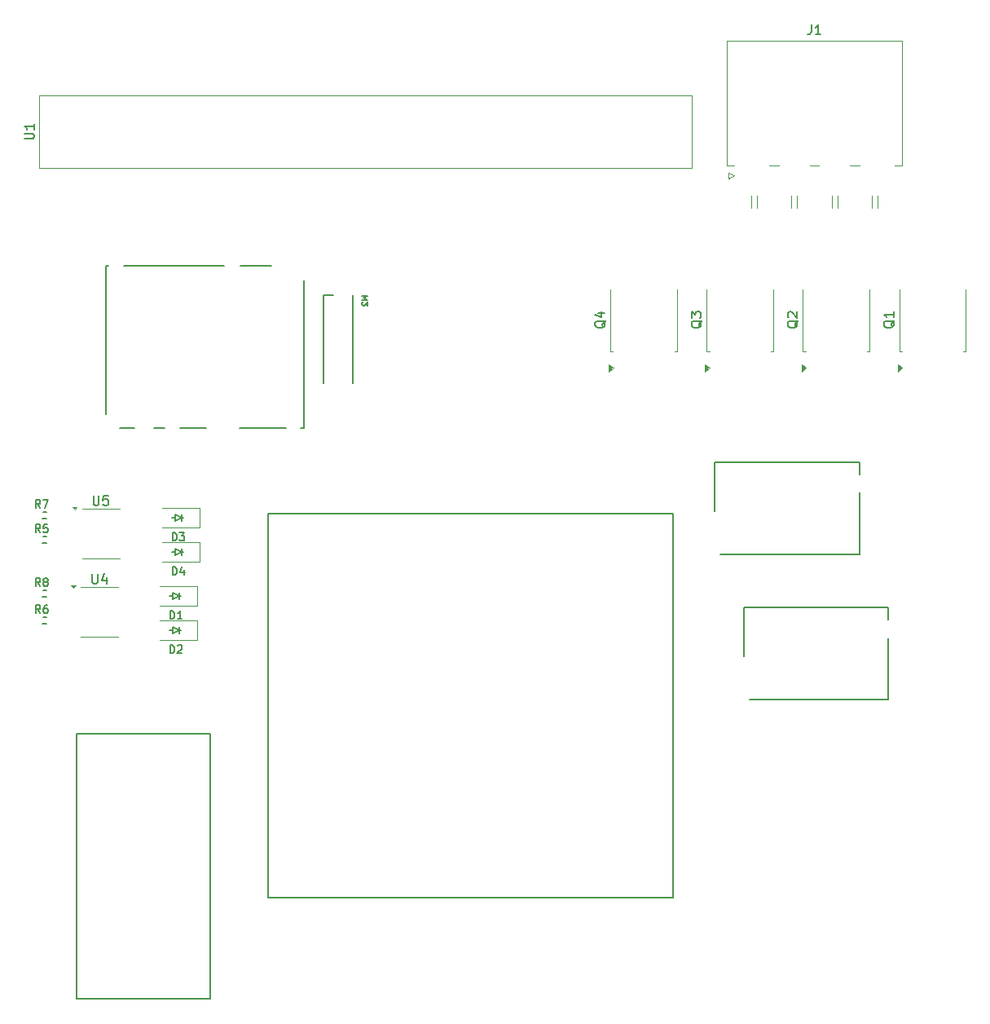
<source format=gto>
G04 #@! TF.GenerationSoftware,KiCad,Pcbnew,8.0.9-8.0.9-0~ubuntu24.04.1*
G04 #@! TF.CreationDate,2025-06-27T01:07:59+00:00*
G04 #@! TF.ProjectId,EP91Starlet,45503931-5374-4617-926c-65742e6b6963,rev?*
G04 #@! TF.SameCoordinates,Original*
G04 #@! TF.FileFunction,Legend,Top*
G04 #@! TF.FilePolarity,Positive*
%FSLAX46Y46*%
G04 Gerber Fmt 4.6, Leading zero omitted, Abs format (unit mm)*
G04 Created by KiCad (PCBNEW 8.0.9-8.0.9-0~ubuntu24.04.1) date 2025-06-27 01:07:59*
%MOMM*%
%LPD*%
G01*
G04 APERTURE LIST*
%ADD10C,0.150000*%
%ADD11C,0.170000*%
%ADD12C,0.120000*%
%ADD13C,0.100000*%
%ADD14C,0.200000*%
%ADD15C,0.203200*%
G04 APERTURE END LIST*
D10*
X342819Y93614096D02*
X1152342Y93614096D01*
X1152342Y93614096D02*
X1247580Y93661715D01*
X1247580Y93661715D02*
X1295200Y93709334D01*
X1295200Y93709334D02*
X1342819Y93804572D01*
X1342819Y93804572D02*
X1342819Y93995048D01*
X1342819Y93995048D02*
X1295200Y94090286D01*
X1295200Y94090286D02*
X1247580Y94137905D01*
X1247580Y94137905D02*
X1152342Y94185524D01*
X1152342Y94185524D02*
X342819Y94185524D01*
X1342819Y95185524D02*
X1342819Y94614096D01*
X1342819Y94899810D02*
X342819Y94899810D01*
X342819Y94899810D02*
X485676Y94804572D01*
X485676Y94804572D02*
X580914Y94709334D01*
X580914Y94709334D02*
X628533Y94614096D01*
D11*
X15486762Y43781492D02*
X15486762Y44601492D01*
X15486762Y44601492D02*
X15682000Y44601492D01*
X15682000Y44601492D02*
X15799143Y44562444D01*
X15799143Y44562444D02*
X15877238Y44484349D01*
X15877238Y44484349D02*
X15916285Y44406254D01*
X15916285Y44406254D02*
X15955333Y44250063D01*
X15955333Y44250063D02*
X15955333Y44132920D01*
X15955333Y44132920D02*
X15916285Y43976730D01*
X15916285Y43976730D02*
X15877238Y43898635D01*
X15877238Y43898635D02*
X15799143Y43820539D01*
X15799143Y43820539D02*
X15682000Y43781492D01*
X15682000Y43781492D02*
X15486762Y43781492D01*
X16736285Y43781492D02*
X16267714Y43781492D01*
X16502000Y43781492D02*
X16502000Y44601492D01*
X16502000Y44601492D02*
X16423904Y44484349D01*
X16423904Y44484349D02*
X16345809Y44406254D01*
X16345809Y44406254D02*
X16267714Y44367206D01*
D10*
X7517095Y56574181D02*
X7517095Y55764658D01*
X7517095Y55764658D02*
X7564714Y55669420D01*
X7564714Y55669420D02*
X7612333Y55621800D01*
X7612333Y55621800D02*
X7707571Y55574181D01*
X7707571Y55574181D02*
X7898047Y55574181D01*
X7898047Y55574181D02*
X7993285Y55621800D01*
X7993285Y55621800D02*
X8040904Y55669420D01*
X8040904Y55669420D02*
X8088523Y55764658D01*
X8088523Y55764658D02*
X8088523Y56574181D01*
X9040904Y56574181D02*
X8564714Y56574181D01*
X8564714Y56574181D02*
X8517095Y56097991D01*
X8517095Y56097991D02*
X8564714Y56145610D01*
X8564714Y56145610D02*
X8659952Y56193229D01*
X8659952Y56193229D02*
X8898047Y56193229D01*
X8898047Y56193229D02*
X8993285Y56145610D01*
X8993285Y56145610D02*
X9040904Y56097991D01*
X9040904Y56097991D02*
X9088523Y56002753D01*
X9088523Y56002753D02*
X9088523Y55764658D01*
X9088523Y55764658D02*
X9040904Y55669420D01*
X9040904Y55669420D02*
X8993285Y55621800D01*
X8993285Y55621800D02*
X8898047Y55574181D01*
X8898047Y55574181D02*
X8659952Y55574181D01*
X8659952Y55574181D02*
X8564714Y55621800D01*
X8564714Y55621800D02*
X8517095Y55669420D01*
X35425428Y77330259D02*
X36025428Y77330259D01*
X36025428Y77330259D02*
X35596857Y77130259D01*
X35596857Y77130259D02*
X36025428Y76930259D01*
X36025428Y76930259D02*
X35425428Y76930259D01*
X36025428Y76701688D02*
X36025428Y76330260D01*
X36025428Y76330260D02*
X35796857Y76530260D01*
X35796857Y76530260D02*
X35796857Y76444545D01*
X35796857Y76444545D02*
X35768285Y76387402D01*
X35768285Y76387402D02*
X35739714Y76358831D01*
X35739714Y76358831D02*
X35682571Y76330260D01*
X35682571Y76330260D02*
X35539714Y76330260D01*
X35539714Y76330260D02*
X35482571Y76358831D01*
X35482571Y76358831D02*
X35454000Y76387402D01*
X35454000Y76387402D02*
X35425428Y76444545D01*
X35425428Y76444545D02*
X35425428Y76615974D01*
X35425428Y76615974D02*
X35454000Y76673117D01*
X35454000Y76673117D02*
X35482571Y76701688D01*
X80754057Y74768762D02*
X80706438Y74673524D01*
X80706438Y74673524D02*
X80611200Y74578286D01*
X80611200Y74578286D02*
X80468342Y74435429D01*
X80468342Y74435429D02*
X80420723Y74340191D01*
X80420723Y74340191D02*
X80420723Y74244953D01*
X80658819Y74292572D02*
X80611200Y74197334D01*
X80611200Y74197334D02*
X80515961Y74102096D01*
X80515961Y74102096D02*
X80325485Y74054477D01*
X80325485Y74054477D02*
X79992152Y74054477D01*
X79992152Y74054477D02*
X79801676Y74102096D01*
X79801676Y74102096D02*
X79706438Y74197334D01*
X79706438Y74197334D02*
X79658819Y74292572D01*
X79658819Y74292572D02*
X79658819Y74483048D01*
X79658819Y74483048D02*
X79706438Y74578286D01*
X79706438Y74578286D02*
X79801676Y74673524D01*
X79801676Y74673524D02*
X79992152Y74721143D01*
X79992152Y74721143D02*
X80325485Y74721143D01*
X80325485Y74721143D02*
X80515961Y74673524D01*
X80515961Y74673524D02*
X80611200Y74578286D01*
X80611200Y74578286D02*
X80658819Y74483048D01*
X80658819Y74483048D02*
X80658819Y74292572D01*
X79754057Y75102096D02*
X79706438Y75149715D01*
X79706438Y75149715D02*
X79658819Y75244953D01*
X79658819Y75244953D02*
X79658819Y75483048D01*
X79658819Y75483048D02*
X79706438Y75578286D01*
X79706438Y75578286D02*
X79754057Y75625905D01*
X79754057Y75625905D02*
X79849295Y75673524D01*
X79849295Y75673524D02*
X79944533Y75673524D01*
X79944533Y75673524D02*
X80087390Y75625905D01*
X80087390Y75625905D02*
X80658819Y75054477D01*
X80658819Y75054477D02*
X80658819Y75673524D01*
D11*
X2004092Y52757015D02*
X1730759Y53147491D01*
X1535521Y52757015D02*
X1535521Y53577015D01*
X1535521Y53577015D02*
X1847902Y53577015D01*
X1847902Y53577015D02*
X1925997Y53537967D01*
X1925997Y53537967D02*
X1965044Y53498920D01*
X1965044Y53498920D02*
X2004092Y53420824D01*
X2004092Y53420824D02*
X2004092Y53303682D01*
X2004092Y53303682D02*
X1965044Y53225586D01*
X1965044Y53225586D02*
X1925997Y53186539D01*
X1925997Y53186539D02*
X1847902Y53147491D01*
X1847902Y53147491D02*
X1535521Y53147491D01*
X2745997Y53577015D02*
X2355521Y53577015D01*
X2355521Y53577015D02*
X2316473Y53186539D01*
X2316473Y53186539D02*
X2355521Y53225586D01*
X2355521Y53225586D02*
X2433616Y53264634D01*
X2433616Y53264634D02*
X2628854Y53264634D01*
X2628854Y53264634D02*
X2706949Y53225586D01*
X2706949Y53225586D02*
X2745997Y53186539D01*
X2745997Y53186539D02*
X2785044Y53108443D01*
X2785044Y53108443D02*
X2785044Y52913205D01*
X2785044Y52913205D02*
X2745997Y52835110D01*
X2745997Y52835110D02*
X2706949Y52796062D01*
X2706949Y52796062D02*
X2628854Y52757015D01*
X2628854Y52757015D02*
X2433616Y52757015D01*
X2433616Y52757015D02*
X2355521Y52796062D01*
X2355521Y52796062D02*
X2316473Y52835110D01*
X15486762Y40225492D02*
X15486762Y41045492D01*
X15486762Y41045492D02*
X15682000Y41045492D01*
X15682000Y41045492D02*
X15799143Y41006444D01*
X15799143Y41006444D02*
X15877238Y40928349D01*
X15877238Y40928349D02*
X15916285Y40850254D01*
X15916285Y40850254D02*
X15955333Y40694063D01*
X15955333Y40694063D02*
X15955333Y40576920D01*
X15955333Y40576920D02*
X15916285Y40420730D01*
X15916285Y40420730D02*
X15877238Y40342635D01*
X15877238Y40342635D02*
X15799143Y40264539D01*
X15799143Y40264539D02*
X15682000Y40225492D01*
X15682000Y40225492D02*
X15486762Y40225492D01*
X16267714Y40967397D02*
X16306762Y41006444D01*
X16306762Y41006444D02*
X16384857Y41045492D01*
X16384857Y41045492D02*
X16580095Y41045492D01*
X16580095Y41045492D02*
X16658190Y41006444D01*
X16658190Y41006444D02*
X16697238Y40967397D01*
X16697238Y40967397D02*
X16736285Y40889301D01*
X16736285Y40889301D02*
X16736285Y40811206D01*
X16736285Y40811206D02*
X16697238Y40694063D01*
X16697238Y40694063D02*
X16228666Y40225492D01*
X16228666Y40225492D02*
X16736285Y40225492D01*
X2004092Y47169015D02*
X1730759Y47559491D01*
X1535521Y47169015D02*
X1535521Y47989015D01*
X1535521Y47989015D02*
X1847902Y47989015D01*
X1847902Y47989015D02*
X1925997Y47949967D01*
X1925997Y47949967D02*
X1965044Y47910920D01*
X1965044Y47910920D02*
X2004092Y47832824D01*
X2004092Y47832824D02*
X2004092Y47715682D01*
X2004092Y47715682D02*
X1965044Y47637586D01*
X1965044Y47637586D02*
X1925997Y47598539D01*
X1925997Y47598539D02*
X1847902Y47559491D01*
X1847902Y47559491D02*
X1535521Y47559491D01*
X2472663Y47637586D02*
X2394568Y47676634D01*
X2394568Y47676634D02*
X2355521Y47715682D01*
X2355521Y47715682D02*
X2316473Y47793777D01*
X2316473Y47793777D02*
X2316473Y47832824D01*
X2316473Y47832824D02*
X2355521Y47910920D01*
X2355521Y47910920D02*
X2394568Y47949967D01*
X2394568Y47949967D02*
X2472663Y47989015D01*
X2472663Y47989015D02*
X2628854Y47989015D01*
X2628854Y47989015D02*
X2706949Y47949967D01*
X2706949Y47949967D02*
X2745997Y47910920D01*
X2745997Y47910920D02*
X2785044Y47832824D01*
X2785044Y47832824D02*
X2785044Y47793777D01*
X2785044Y47793777D02*
X2745997Y47715682D01*
X2745997Y47715682D02*
X2706949Y47676634D01*
X2706949Y47676634D02*
X2628854Y47637586D01*
X2628854Y47637586D02*
X2472663Y47637586D01*
X2472663Y47637586D02*
X2394568Y47598539D01*
X2394568Y47598539D02*
X2355521Y47559491D01*
X2355521Y47559491D02*
X2316473Y47481396D01*
X2316473Y47481396D02*
X2316473Y47325205D01*
X2316473Y47325205D02*
X2355521Y47247110D01*
X2355521Y47247110D02*
X2394568Y47208062D01*
X2394568Y47208062D02*
X2472663Y47169015D01*
X2472663Y47169015D02*
X2628854Y47169015D01*
X2628854Y47169015D02*
X2706949Y47208062D01*
X2706949Y47208062D02*
X2745997Y47247110D01*
X2745997Y47247110D02*
X2785044Y47325205D01*
X2785044Y47325205D02*
X2785044Y47481396D01*
X2785044Y47481396D02*
X2745997Y47559491D01*
X2745997Y47559491D02*
X2706949Y47598539D01*
X2706949Y47598539D02*
X2628854Y47637586D01*
D10*
X70754057Y74768762D02*
X70706438Y74673524D01*
X70706438Y74673524D02*
X70611200Y74578286D01*
X70611200Y74578286D02*
X70468342Y74435429D01*
X70468342Y74435429D02*
X70420723Y74340191D01*
X70420723Y74340191D02*
X70420723Y74244953D01*
X70658819Y74292572D02*
X70611200Y74197334D01*
X70611200Y74197334D02*
X70515961Y74102096D01*
X70515961Y74102096D02*
X70325485Y74054477D01*
X70325485Y74054477D02*
X69992152Y74054477D01*
X69992152Y74054477D02*
X69801676Y74102096D01*
X69801676Y74102096D02*
X69706438Y74197334D01*
X69706438Y74197334D02*
X69658819Y74292572D01*
X69658819Y74292572D02*
X69658819Y74483048D01*
X69658819Y74483048D02*
X69706438Y74578286D01*
X69706438Y74578286D02*
X69801676Y74673524D01*
X69801676Y74673524D02*
X69992152Y74721143D01*
X69992152Y74721143D02*
X70325485Y74721143D01*
X70325485Y74721143D02*
X70515961Y74673524D01*
X70515961Y74673524D02*
X70611200Y74578286D01*
X70611200Y74578286D02*
X70658819Y74483048D01*
X70658819Y74483048D02*
X70658819Y74292572D01*
X69658819Y75054477D02*
X69658819Y75673524D01*
X69658819Y75673524D02*
X70039771Y75340191D01*
X70039771Y75340191D02*
X70039771Y75483048D01*
X70039771Y75483048D02*
X70087390Y75578286D01*
X70087390Y75578286D02*
X70135009Y75625905D01*
X70135009Y75625905D02*
X70230247Y75673524D01*
X70230247Y75673524D02*
X70468342Y75673524D01*
X70468342Y75673524D02*
X70563580Y75625905D01*
X70563580Y75625905D02*
X70611200Y75578286D01*
X70611200Y75578286D02*
X70658819Y75483048D01*
X70658819Y75483048D02*
X70658819Y75197334D01*
X70658819Y75197334D02*
X70611200Y75102096D01*
X70611200Y75102096D02*
X70563580Y75054477D01*
D11*
X2004092Y44375015D02*
X1730759Y44765491D01*
X1535521Y44375015D02*
X1535521Y45195015D01*
X1535521Y45195015D02*
X1847902Y45195015D01*
X1847902Y45195015D02*
X1925997Y45155967D01*
X1925997Y45155967D02*
X1965044Y45116920D01*
X1965044Y45116920D02*
X2004092Y45038824D01*
X2004092Y45038824D02*
X2004092Y44921682D01*
X2004092Y44921682D02*
X1965044Y44843586D01*
X1965044Y44843586D02*
X1925997Y44804539D01*
X1925997Y44804539D02*
X1847902Y44765491D01*
X1847902Y44765491D02*
X1535521Y44765491D01*
X2706949Y45195015D02*
X2550759Y45195015D01*
X2550759Y45195015D02*
X2472663Y45155967D01*
X2472663Y45155967D02*
X2433616Y45116920D01*
X2433616Y45116920D02*
X2355521Y44999777D01*
X2355521Y44999777D02*
X2316473Y44843586D01*
X2316473Y44843586D02*
X2316473Y44531205D01*
X2316473Y44531205D02*
X2355521Y44453110D01*
X2355521Y44453110D02*
X2394568Y44414062D01*
X2394568Y44414062D02*
X2472663Y44375015D01*
X2472663Y44375015D02*
X2628854Y44375015D01*
X2628854Y44375015D02*
X2706949Y44414062D01*
X2706949Y44414062D02*
X2745997Y44453110D01*
X2745997Y44453110D02*
X2785044Y44531205D01*
X2785044Y44531205D02*
X2785044Y44726443D01*
X2785044Y44726443D02*
X2745997Y44804539D01*
X2745997Y44804539D02*
X2706949Y44843586D01*
X2706949Y44843586D02*
X2628854Y44882634D01*
X2628854Y44882634D02*
X2472663Y44882634D01*
X2472663Y44882634D02*
X2394568Y44843586D01*
X2394568Y44843586D02*
X2355521Y44804539D01*
X2355521Y44804539D02*
X2316473Y44726443D01*
X2004092Y55297015D02*
X1730759Y55687491D01*
X1535521Y55297015D02*
X1535521Y56117015D01*
X1535521Y56117015D02*
X1847902Y56117015D01*
X1847902Y56117015D02*
X1925997Y56077967D01*
X1925997Y56077967D02*
X1965044Y56038920D01*
X1965044Y56038920D02*
X2004092Y55960824D01*
X2004092Y55960824D02*
X2004092Y55843682D01*
X2004092Y55843682D02*
X1965044Y55765586D01*
X1965044Y55765586D02*
X1925997Y55726539D01*
X1925997Y55726539D02*
X1847902Y55687491D01*
X1847902Y55687491D02*
X1535521Y55687491D01*
X2277425Y56117015D02*
X2824092Y56117015D01*
X2824092Y56117015D02*
X2472663Y55297015D01*
D10*
X90754057Y74768762D02*
X90706438Y74673524D01*
X90706438Y74673524D02*
X90611200Y74578286D01*
X90611200Y74578286D02*
X90468342Y74435429D01*
X90468342Y74435429D02*
X90420723Y74340191D01*
X90420723Y74340191D02*
X90420723Y74244953D01*
X90658819Y74292572D02*
X90611200Y74197334D01*
X90611200Y74197334D02*
X90515961Y74102096D01*
X90515961Y74102096D02*
X90325485Y74054477D01*
X90325485Y74054477D02*
X89992152Y74054477D01*
X89992152Y74054477D02*
X89801676Y74102096D01*
X89801676Y74102096D02*
X89706438Y74197334D01*
X89706438Y74197334D02*
X89658819Y74292572D01*
X89658819Y74292572D02*
X89658819Y74483048D01*
X89658819Y74483048D02*
X89706438Y74578286D01*
X89706438Y74578286D02*
X89801676Y74673524D01*
X89801676Y74673524D02*
X89992152Y74721143D01*
X89992152Y74721143D02*
X90325485Y74721143D01*
X90325485Y74721143D02*
X90515961Y74673524D01*
X90515961Y74673524D02*
X90611200Y74578286D01*
X90611200Y74578286D02*
X90658819Y74483048D01*
X90658819Y74483048D02*
X90658819Y74292572D01*
X90658819Y75673524D02*
X90658819Y75102096D01*
X90658819Y75387810D02*
X89658819Y75387810D01*
X89658819Y75387810D02*
X89801676Y75292572D01*
X89801676Y75292572D02*
X89896914Y75197334D01*
X89896914Y75197334D02*
X89944533Y75102096D01*
X7393095Y48446181D02*
X7393095Y47636658D01*
X7393095Y47636658D02*
X7440714Y47541420D01*
X7440714Y47541420D02*
X7488333Y47493800D01*
X7488333Y47493800D02*
X7583571Y47446181D01*
X7583571Y47446181D02*
X7774047Y47446181D01*
X7774047Y47446181D02*
X7869285Y47493800D01*
X7869285Y47493800D02*
X7916904Y47541420D01*
X7916904Y47541420D02*
X7964523Y47636658D01*
X7964523Y47636658D02*
X7964523Y48446181D01*
X8869285Y48112848D02*
X8869285Y47446181D01*
X8631190Y48493800D02*
X8393095Y47779515D01*
X8393095Y47779515D02*
X9012142Y47779515D01*
X82110666Y105485181D02*
X82110666Y104770896D01*
X82110666Y104770896D02*
X82063047Y104628039D01*
X82063047Y104628039D02*
X81967809Y104532800D01*
X81967809Y104532800D02*
X81824952Y104485181D01*
X81824952Y104485181D02*
X81729714Y104485181D01*
X83110666Y104485181D02*
X82539238Y104485181D01*
X82824952Y104485181D02*
X82824952Y105485181D01*
X82824952Y105485181D02*
X82729714Y105342324D01*
X82729714Y105342324D02*
X82634476Y105247086D01*
X82634476Y105247086D02*
X82539238Y105199467D01*
D11*
X15740762Y51909492D02*
X15740762Y52729492D01*
X15740762Y52729492D02*
X15936000Y52729492D01*
X15936000Y52729492D02*
X16053143Y52690444D01*
X16053143Y52690444D02*
X16131238Y52612349D01*
X16131238Y52612349D02*
X16170285Y52534254D01*
X16170285Y52534254D02*
X16209333Y52378063D01*
X16209333Y52378063D02*
X16209333Y52260920D01*
X16209333Y52260920D02*
X16170285Y52104730D01*
X16170285Y52104730D02*
X16131238Y52026635D01*
X16131238Y52026635D02*
X16053143Y51948539D01*
X16053143Y51948539D02*
X15936000Y51909492D01*
X15936000Y51909492D02*
X15740762Y51909492D01*
X16482666Y52729492D02*
X16990285Y52729492D01*
X16990285Y52729492D02*
X16716952Y52417111D01*
X16716952Y52417111D02*
X16834095Y52417111D01*
X16834095Y52417111D02*
X16912190Y52378063D01*
X16912190Y52378063D02*
X16951238Y52339016D01*
X16951238Y52339016D02*
X16990285Y52260920D01*
X16990285Y52260920D02*
X16990285Y52065682D01*
X16990285Y52065682D02*
X16951238Y51987587D01*
X16951238Y51987587D02*
X16912190Y51948539D01*
X16912190Y51948539D02*
X16834095Y51909492D01*
X16834095Y51909492D02*
X16599809Y51909492D01*
X16599809Y51909492D02*
X16521714Y51948539D01*
X16521714Y51948539D02*
X16482666Y51987587D01*
X15740762Y48353492D02*
X15740762Y49173492D01*
X15740762Y49173492D02*
X15936000Y49173492D01*
X15936000Y49173492D02*
X16053143Y49134444D01*
X16053143Y49134444D02*
X16131238Y49056349D01*
X16131238Y49056349D02*
X16170285Y48978254D01*
X16170285Y48978254D02*
X16209333Y48822063D01*
X16209333Y48822063D02*
X16209333Y48704920D01*
X16209333Y48704920D02*
X16170285Y48548730D01*
X16170285Y48548730D02*
X16131238Y48470635D01*
X16131238Y48470635D02*
X16053143Y48392539D01*
X16053143Y48392539D02*
X15936000Y48353492D01*
X15936000Y48353492D02*
X15740762Y48353492D01*
X16912190Y48900159D02*
X16912190Y48353492D01*
X16716952Y49212539D02*
X16521714Y48626825D01*
X16521714Y48626825D02*
X17029333Y48626825D01*
D10*
X60754057Y74768762D02*
X60706438Y74673524D01*
X60706438Y74673524D02*
X60611200Y74578286D01*
X60611200Y74578286D02*
X60468342Y74435429D01*
X60468342Y74435429D02*
X60420723Y74340191D01*
X60420723Y74340191D02*
X60420723Y74244953D01*
X60658819Y74292572D02*
X60611200Y74197334D01*
X60611200Y74197334D02*
X60515961Y74102096D01*
X60515961Y74102096D02*
X60325485Y74054477D01*
X60325485Y74054477D02*
X59992152Y74054477D01*
X59992152Y74054477D02*
X59801676Y74102096D01*
X59801676Y74102096D02*
X59706438Y74197334D01*
X59706438Y74197334D02*
X59658819Y74292572D01*
X59658819Y74292572D02*
X59658819Y74483048D01*
X59658819Y74483048D02*
X59706438Y74578286D01*
X59706438Y74578286D02*
X59801676Y74673524D01*
X59801676Y74673524D02*
X59992152Y74721143D01*
X59992152Y74721143D02*
X60325485Y74721143D01*
X60325485Y74721143D02*
X60515961Y74673524D01*
X60515961Y74673524D02*
X60611200Y74578286D01*
X60611200Y74578286D02*
X60658819Y74483048D01*
X60658819Y74483048D02*
X60658819Y74292572D01*
X59992152Y75578286D02*
X60658819Y75578286D01*
X59611200Y75340191D02*
X60325485Y75102096D01*
X60325485Y75102096D02*
X60325485Y75721143D01*
D12*
G04 #@! TO.C,U1*
X1888000Y98126000D02*
X1888000Y93126001D01*
X1888000Y93126001D02*
X1888000Y90626001D01*
X1888000Y90626001D02*
X69688000Y90626000D01*
D13*
X69688000Y98125999D02*
X1888000Y98126000D01*
D12*
X69688000Y90626000D02*
X69688000Y98125999D01*
D11*
G04 #@! TO.C,D1*
X15742000Y46502000D02*
X15742000Y45802000D01*
X15742000Y46152000D02*
X15442000Y46152000D01*
X16442000Y46502000D02*
X16442000Y45802000D01*
X16442000Y46152000D02*
X15742000Y46502000D01*
X16442000Y46152000D02*
X15742000Y45802000D01*
X16642000Y46152000D02*
X16442000Y46152000D01*
D12*
X18342000Y47152000D02*
X14442000Y47152000D01*
X18342000Y45152000D02*
X14442000Y45152000D01*
X18342000Y45152000D02*
X18342000Y47152000D01*
G04 #@! TO.C,U5*
X8279000Y55189000D02*
X6329000Y55189000D01*
X8279000Y55189000D02*
X10229000Y55189000D01*
X8279000Y50069000D02*
X6329000Y50069000D01*
X8279000Y50069000D02*
X10229000Y50069000D01*
X5579000Y55094000D02*
X5339000Y55424000D01*
X5819000Y55424000D01*
X5579000Y55094000D01*
G36*
X5579000Y55094000D02*
G01*
X5339000Y55424000D01*
X5819000Y55424000D01*
X5579000Y55094000D01*
G37*
D14*
G04 #@! TO.C,M3*
X31406000Y77372000D02*
X31406000Y68272000D01*
X31406000Y77372000D02*
X32406002Y77372000D01*
X34506003Y77372000D02*
X34506003Y68272000D01*
D12*
G04 #@! TO.C,Q2*
X81254000Y77974000D02*
X81254000Y71554000D01*
X81254000Y71554000D02*
X81524000Y71554000D01*
X88154000Y77974000D02*
X88154000Y71554000D01*
X88154000Y71554000D02*
X87884000Y71554000D01*
X81564000Y69824000D02*
X81094000Y69484000D01*
X81094000Y70164000D01*
X81564000Y69824000D01*
G36*
X81564000Y69824000D02*
G01*
X81094000Y69484000D01*
X81094000Y70164000D01*
X81564000Y69824000D01*
G37*
D15*
G04 #@! TO.C,R5*
X2262944Y51623160D02*
X2662943Y51623149D01*
X2264000Y52368995D02*
X2664000Y52368985D01*
D11*
G04 #@! TO.C,D2*
X15742000Y42946000D02*
X15742000Y42246000D01*
X15742000Y42596000D02*
X15442000Y42596000D01*
X16442000Y42946000D02*
X16442000Y42246000D01*
X16442000Y42596000D02*
X15742000Y42946000D01*
X16442000Y42596000D02*
X15742000Y42246000D01*
X16642000Y42596000D02*
X16442000Y42596000D01*
D12*
X18342000Y43596000D02*
X14442000Y43596000D01*
X18342000Y41596000D02*
X14442000Y41596000D01*
X18342000Y41596000D02*
X18342000Y43596000D01*
D14*
G04 #@! TO.C,M2*
X25675999Y54734001D02*
X25675996Y14834002D01*
X26975996Y14834002D02*
X25675996Y14834002D01*
X67775999Y54734001D02*
X25675999Y54734001D01*
X67775999Y54734001D02*
X67775999Y14834002D01*
X67775999Y14834002D02*
X26975996Y14834002D01*
D15*
G04 #@! TO.C,R8*
X2262944Y46035160D02*
X2662943Y46035149D01*
X2264000Y46780995D02*
X2664000Y46780985D01*
D12*
G04 #@! TO.C,Q3*
X71254000Y77974000D02*
X71254000Y71554000D01*
X71254000Y71554000D02*
X71524000Y71554000D01*
X78154000Y77974000D02*
X78154000Y71554000D01*
X78154000Y71554000D02*
X77884000Y71554000D01*
X71564000Y69824000D02*
X71094000Y69484000D01*
X71094000Y70164000D01*
X71564000Y69824000D01*
G36*
X71564000Y69824000D02*
G01*
X71094000Y69484000D01*
X71094000Y70164000D01*
X71564000Y69824000D01*
G37*
D15*
G04 #@! TO.C,R6*
X2262944Y43241160D02*
X2662943Y43241149D01*
X2264000Y43986995D02*
X2664000Y43986985D01*
G04 #@! TO.C,R7*
X2262944Y54163160D02*
X2662943Y54163149D01*
X2264000Y54908995D02*
X2664000Y54908985D01*
D12*
G04 #@! TO.C,Q1*
X91254000Y77974000D02*
X91254000Y71554000D01*
X91254000Y71554000D02*
X91524000Y71554000D01*
X98154000Y77974000D02*
X98154000Y71554000D01*
X98154000Y71554000D02*
X97884000Y71554000D01*
X91564000Y69824000D02*
X91094000Y69484000D01*
X91094000Y70164000D01*
X91564000Y69824000D01*
G36*
X91564000Y69824000D02*
G01*
X91094000Y69484000D01*
X91094000Y70164000D01*
X91564000Y69824000D01*
G37*
D14*
G04 #@! TO.C,M6*
X8802000Y80442000D02*
X8802000Y65042000D01*
X8802000Y80442000D02*
X9102000Y80442000D01*
X10252000Y63642003D02*
X11802000Y63641998D01*
X10702000Y80442000D02*
X21102002Y80442000D01*
X13802002Y63642003D02*
X14902005Y63642003D01*
X16502000Y63642003D02*
X19202000Y63642003D01*
X22702002Y63642003D02*
X27502002Y63642003D01*
X22802000Y80442000D02*
X26002003Y80442000D01*
X29102002Y63642001D02*
X29402000Y63642001D01*
X29401998Y78942000D02*
X29402000Y63642001D01*
G04 #@! TO.C,M4*
X5774000Y31842000D02*
X19674000Y31842000D01*
X19674000Y4342000D01*
X5774000Y4342000D01*
X5774000Y31842000D01*
D12*
G04 #@! TO.C,U4*
X8155000Y47061000D02*
X6205000Y47061000D01*
X8155000Y47061000D02*
X10105000Y47061000D01*
X8155000Y41941000D02*
X6205000Y41941000D01*
X8155000Y41941000D02*
X10105000Y41941000D01*
X5455000Y46966000D02*
X5215000Y47296000D01*
X5695000Y47296000D01*
X5455000Y46966000D01*
G36*
X5455000Y46966000D02*
G01*
X5215000Y47296000D01*
X5695000Y47296000D01*
X5455000Y46966000D01*
G37*
G04 #@! TO.C,J1*
X73334000Y103850000D02*
X82444000Y103850000D01*
X73334000Y90830000D02*
X73334000Y103850000D01*
X73544000Y90140000D02*
X74144000Y89840000D01*
X73544000Y89540000D02*
X73544000Y90140000D01*
X74144000Y90830000D02*
X73334000Y90830000D01*
X74144000Y89840000D02*
X73544000Y89540000D01*
X75844000Y87730000D02*
X75844000Y86450000D01*
X76444000Y87730000D02*
X76444000Y86450000D01*
X77754000Y90840000D02*
X78734000Y90840000D01*
X80044000Y87730000D02*
X80044000Y86450000D01*
X80644000Y87730000D02*
X80644000Y86450000D01*
X81954000Y90840000D02*
X82934000Y90840000D01*
X84244000Y87730000D02*
X84244000Y86450000D01*
X84844000Y87730000D02*
X84844000Y86450000D01*
X86154000Y90840000D02*
X87134000Y90840000D01*
X88444000Y87730000D02*
X88444000Y86450000D01*
X89044000Y87730000D02*
X89044000Y86450000D01*
X90744000Y90830000D02*
X91554000Y90830000D01*
X91554000Y103850000D02*
X82444000Y103850000D01*
X91554000Y90830000D02*
X91554000Y103850000D01*
D11*
G04 #@! TO.C,D3*
X15996000Y54630000D02*
X15996000Y53930000D01*
X15996000Y54280000D02*
X15696000Y54280000D01*
X16696000Y54630000D02*
X16696000Y53930000D01*
X16696000Y54280000D02*
X15996000Y54630000D01*
X16696000Y54280000D02*
X15996000Y53930000D01*
X16896000Y54280000D02*
X16696000Y54280000D01*
D12*
X18596000Y55280000D02*
X14696000Y55280000D01*
X18596000Y53280000D02*
X14696000Y53280000D01*
X18596000Y53280000D02*
X18596000Y55280000D01*
D14*
G04 #@! TO.C,M5*
X75100000Y44985000D02*
X75100000Y39885000D01*
X75700000Y35385000D02*
X90100000Y35385000D01*
X90100000Y44985000D02*
X75100000Y44985000D01*
X90100000Y44985000D02*
X90100000Y43685000D01*
X90100000Y35385000D02*
X90100000Y41785000D01*
D11*
G04 #@! TO.C,D4*
X15996000Y51074000D02*
X15996000Y50374000D01*
X15996000Y50724000D02*
X15696000Y50724000D01*
X16696000Y51074000D02*
X16696000Y50374000D01*
X16696000Y50724000D02*
X15996000Y51074000D01*
X16696000Y50724000D02*
X15996000Y50374000D01*
X16896000Y50724000D02*
X16696000Y50724000D01*
D12*
X18596000Y51724000D02*
X14696000Y51724000D01*
X18596000Y49724000D02*
X14696000Y49724000D01*
X18596000Y49724000D02*
X18596000Y51724000D01*
D14*
G04 #@! TO.C,M1*
X72105000Y60084000D02*
X72105000Y54984000D01*
X72705000Y50484000D02*
X87105000Y50484000D01*
X87105000Y60084000D02*
X72105000Y60084000D01*
X87105000Y60084000D02*
X87105000Y58784000D01*
X87105000Y50484000D02*
X87105000Y56884000D01*
D12*
G04 #@! TO.C,Q4*
X61254000Y77974000D02*
X61254000Y71554000D01*
X61254000Y71554000D02*
X61524000Y71554000D01*
X68154000Y77974000D02*
X68154000Y71554000D01*
X68154000Y71554000D02*
X67884000Y71554000D01*
X61564000Y69824000D02*
X61094000Y69484000D01*
X61094000Y70164000D01*
X61564000Y69824000D01*
G36*
X61564000Y69824000D02*
G01*
X61094000Y69484000D01*
X61094000Y70164000D01*
X61564000Y69824000D01*
G37*
G04 #@! TD*
M02*

</source>
